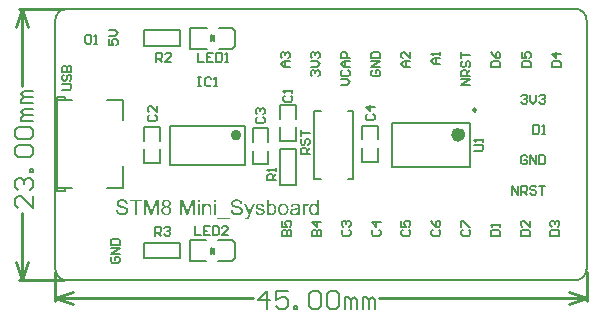
<source format=gto>
G04*
G04 #@! TF.GenerationSoftware,Altium Limited,Altium Designer,21.2.2 (38)*
G04*
G04 Layer_Color=65535*
%FSLAX24Y24*%
%MOIN*%
G70*
G04*
G04 #@! TF.SameCoordinates,73095A83-B390-47B6-BD11-AEDCE0CE4F92*
G04*
G04*
G04 #@! TF.FilePolarity,Positive*
G04*
G01*
G75*
%ADD10C,0.0098*%
%ADD11C,0.0236*%
%ADD12C,0.0197*%
%ADD13C,0.0060*%
%ADD14C,0.0079*%
%ADD15C,0.0050*%
%ADD16C,0.0060*%
%ADD17C,0.0100*%
G36*
X5370Y2621D02*
X5307D01*
Y2692D01*
X5370D01*
Y2621D01*
D02*
G37*
G36*
X4812Y2621D02*
X4749D01*
Y2692D01*
X4812D01*
Y2621D01*
D02*
G37*
G36*
X6063Y2700D02*
X6068D01*
X6082Y2699D01*
X6098Y2697D01*
X6114Y2693D01*
X6132Y2689D01*
X6148Y2683D01*
X6149D01*
X6150Y2682D01*
X6153Y2680D01*
X6155Y2679D01*
X6163Y2675D01*
X6173Y2669D01*
X6184Y2661D01*
X6195Y2652D01*
X6205Y2641D01*
X6215Y2628D01*
Y2627D01*
X6215Y2626D01*
X6217Y2624D01*
X6218Y2622D01*
X6222Y2615D01*
X6227Y2605D01*
X6232Y2593D01*
X6235Y2579D01*
X6239Y2564D01*
X6241Y2548D01*
X6175Y2543D01*
Y2544D01*
Y2545D01*
X6175Y2547D01*
X6174Y2551D01*
X6172Y2559D01*
X6169Y2570D01*
X6164Y2582D01*
X6158Y2594D01*
X6150Y2605D01*
X6139Y2615D01*
X6138Y2616D01*
X6134Y2619D01*
X6127Y2623D01*
X6117Y2628D01*
X6104Y2632D01*
X6090Y2637D01*
X6071Y2640D01*
X6050Y2641D01*
X6040D01*
X6036Y2640D01*
X6030Y2639D01*
X6016Y2638D01*
X6002Y2635D01*
X5987Y2631D01*
X5973Y2625D01*
X5967Y2621D01*
X5961Y2618D01*
X5959Y2617D01*
X5956Y2614D01*
X5952Y2609D01*
X5948Y2603D01*
X5942Y2595D01*
X5938Y2586D01*
X5935Y2575D01*
X5933Y2564D01*
Y2562D01*
Y2559D01*
X5934Y2554D01*
X5936Y2548D01*
X5938Y2541D01*
X5942Y2533D01*
X5946Y2526D01*
X5953Y2518D01*
X5953Y2518D01*
X5957Y2515D01*
X5960Y2513D01*
X5963Y2512D01*
X5968Y2510D01*
X5973Y2507D01*
X5979Y2504D01*
X5987Y2501D01*
X5995Y2498D01*
X6005Y2495D01*
X6015Y2492D01*
X6027Y2488D01*
X6040Y2485D01*
X6055Y2481D01*
X6056D01*
X6059Y2481D01*
X6063Y2480D01*
X6068Y2478D01*
X6075Y2477D01*
X6083Y2475D01*
X6091Y2473D01*
X6100Y2470D01*
X6119Y2465D01*
X6138Y2460D01*
X6147Y2457D01*
X6155Y2454D01*
X6162Y2452D01*
X6168Y2449D01*
X6169D01*
X6170Y2448D01*
X6173Y2447D01*
X6175Y2445D01*
X6184Y2441D01*
X6193Y2435D01*
X6204Y2427D01*
X6215Y2418D01*
X6226Y2407D01*
X6235Y2396D01*
X6235Y2395D01*
X6238Y2391D01*
X6241Y2384D01*
X6246Y2376D01*
X6249Y2365D01*
X6253Y2353D01*
X6255Y2339D01*
X6256Y2324D01*
Y2323D01*
Y2322D01*
Y2320D01*
Y2317D01*
X6255Y2309D01*
X6253Y2299D01*
X6250Y2287D01*
X6247Y2274D01*
X6241Y2261D01*
X6232Y2247D01*
Y2246D01*
X6232Y2245D01*
X6228Y2241D01*
X6223Y2234D01*
X6215Y2227D01*
X6206Y2218D01*
X6194Y2208D01*
X6181Y2199D01*
X6165Y2191D01*
X6164D01*
X6163Y2191D01*
X6161Y2190D01*
X6158Y2188D01*
X6153Y2187D01*
X6148Y2185D01*
X6136Y2182D01*
X6122Y2178D01*
X6105Y2174D01*
X6087Y2172D01*
X6067Y2171D01*
X6055D01*
X6049Y2172D01*
X6042D01*
X6035Y2173D01*
X6026Y2174D01*
X6008Y2177D01*
X5988Y2179D01*
X5969Y2185D01*
X5951Y2191D01*
X5950D01*
X5948Y2192D01*
X5946Y2194D01*
X5943Y2195D01*
X5934Y2199D01*
X5924Y2206D01*
X5912Y2215D01*
X5899Y2225D01*
X5888Y2238D01*
X5877Y2252D01*
Y2253D01*
X5875Y2254D01*
X5874Y2256D01*
X5872Y2259D01*
X5871Y2263D01*
X5868Y2268D01*
X5863Y2279D01*
X5858Y2293D01*
X5854Y2308D01*
X5851Y2326D01*
X5849Y2344D01*
X5913Y2350D01*
Y2350D01*
Y2349D01*
X5914Y2347D01*
Y2344D01*
X5915Y2337D01*
X5917Y2327D01*
X5920Y2318D01*
X5923Y2307D01*
X5928Y2296D01*
X5933Y2287D01*
X5934Y2286D01*
X5936Y2283D01*
X5940Y2278D01*
X5946Y2273D01*
X5953Y2266D01*
X5962Y2259D01*
X5973Y2253D01*
X5985Y2247D01*
X5985D01*
X5986Y2246D01*
X5988Y2245D01*
X5990Y2245D01*
X5998Y2242D01*
X6008Y2239D01*
X6019Y2236D01*
X6033Y2234D01*
X6047Y2233D01*
X6064Y2232D01*
X6070D01*
X6078Y2233D01*
X6087Y2234D01*
X6097Y2235D01*
X6109Y2236D01*
X6121Y2239D01*
X6132Y2243D01*
X6133Y2244D01*
X6137Y2245D01*
X6142Y2248D01*
X6149Y2251D01*
X6155Y2256D01*
X6163Y2262D01*
X6170Y2268D01*
X6176Y2275D01*
X6177Y2276D01*
X6178Y2279D01*
X6181Y2282D01*
X6184Y2288D01*
X6187Y2294D01*
X6189Y2302D01*
X6190Y2310D01*
X6191Y2319D01*
Y2319D01*
Y2323D01*
X6190Y2327D01*
X6190Y2333D01*
X6187Y2339D01*
X6185Y2347D01*
X6181Y2354D01*
X6176Y2361D01*
X6175Y2362D01*
X6173Y2364D01*
X6170Y2367D01*
X6165Y2371D01*
X6159Y2376D01*
X6151Y2381D01*
X6141Y2386D01*
X6130Y2390D01*
X6130Y2391D01*
X6126Y2392D01*
X6120Y2394D01*
X6116Y2395D01*
X6111Y2396D01*
X6106Y2399D01*
X6099Y2400D01*
X6092Y2402D01*
X6083Y2404D01*
X6074Y2407D01*
X6064Y2410D01*
X6052Y2413D01*
X6039Y2416D01*
X6039D01*
X6036Y2416D01*
X6033Y2417D01*
X6028Y2419D01*
X6022Y2420D01*
X6016Y2421D01*
X6001Y2426D01*
X5985Y2431D01*
X5968Y2436D01*
X5953Y2441D01*
X5946Y2444D01*
X5940Y2447D01*
X5939D01*
X5939Y2448D01*
X5934Y2451D01*
X5928Y2455D01*
X5920Y2461D01*
X5911Y2467D01*
X5902Y2475D01*
X5894Y2485D01*
X5886Y2495D01*
X5885Y2497D01*
X5883Y2501D01*
X5880Y2507D01*
X5877Y2514D01*
X5874Y2524D01*
X5871Y2535D01*
X5869Y2547D01*
X5868Y2559D01*
Y2560D01*
Y2561D01*
Y2563D01*
Y2566D01*
X5870Y2573D01*
X5871Y2583D01*
X5874Y2594D01*
X5877Y2606D01*
X5882Y2619D01*
X5890Y2632D01*
Y2632D01*
X5891Y2633D01*
X5894Y2638D01*
X5899Y2643D01*
X5906Y2651D01*
X5915Y2659D01*
X5926Y2668D01*
X5939Y2676D01*
X5954Y2683D01*
X5955D01*
X5956Y2684D01*
X5959Y2685D01*
X5962Y2686D01*
X5965Y2688D01*
X5971Y2689D01*
X5982Y2692D01*
X5996Y2695D01*
X6012Y2698D01*
X6029Y2700D01*
X6048Y2701D01*
X6058D01*
X6063Y2700D01*
D02*
G37*
G36*
X2244Y2700D02*
X2249D01*
X2263Y2699D01*
X2279Y2697D01*
X2295Y2693D01*
X2313Y2689D01*
X2329Y2683D01*
X2330D01*
X2331Y2682D01*
X2333Y2680D01*
X2336Y2679D01*
X2344Y2675D01*
X2353Y2669D01*
X2364Y2661D01*
X2376Y2652D01*
X2386Y2641D01*
X2396Y2628D01*
Y2627D01*
X2396Y2626D01*
X2398Y2624D01*
X2399Y2622D01*
X2403Y2615D01*
X2407Y2605D01*
X2413Y2593D01*
X2416Y2579D01*
X2420Y2564D01*
X2421Y2548D01*
X2356Y2543D01*
Y2544D01*
Y2545D01*
X2356Y2547D01*
X2355Y2551D01*
X2353Y2559D01*
X2350Y2570D01*
X2345Y2582D01*
X2339Y2594D01*
X2330Y2605D01*
X2320Y2615D01*
X2319Y2616D01*
X2315Y2619D01*
X2307Y2623D01*
X2298Y2628D01*
X2285Y2632D01*
X2271Y2637D01*
X2252Y2640D01*
X2231Y2641D01*
X2221D01*
X2216Y2640D01*
X2211Y2639D01*
X2197Y2638D01*
X2182Y2635D01*
X2168Y2631D01*
X2154Y2625D01*
X2148Y2621D01*
X2142Y2618D01*
X2140Y2617D01*
X2137Y2614D01*
X2133Y2609D01*
X2128Y2603D01*
X2123Y2595D01*
X2119Y2586D01*
X2116Y2575D01*
X2114Y2564D01*
Y2562D01*
Y2559D01*
X2115Y2554D01*
X2117Y2548D01*
X2119Y2541D01*
X2122Y2533D01*
X2127Y2526D01*
X2134Y2518D01*
X2134Y2518D01*
X2138Y2515D01*
X2141Y2513D01*
X2144Y2512D01*
X2148Y2510D01*
X2154Y2507D01*
X2160Y2504D01*
X2168Y2501D01*
X2176Y2498D01*
X2185Y2495D01*
X2196Y2492D01*
X2208Y2488D01*
X2221Y2485D01*
X2236Y2481D01*
X2236D01*
X2239Y2481D01*
X2244Y2480D01*
X2249Y2478D01*
X2256Y2477D01*
X2264Y2475D01*
X2272Y2473D01*
X2281Y2470D01*
X2300Y2465D01*
X2319Y2460D01*
X2327Y2457D01*
X2336Y2454D01*
X2343Y2452D01*
X2349Y2449D01*
X2350D01*
X2351Y2448D01*
X2353Y2447D01*
X2356Y2445D01*
X2364Y2441D01*
X2374Y2435D01*
X2385Y2427D01*
X2396Y2418D01*
X2407Y2407D01*
X2416Y2396D01*
X2416Y2395D01*
X2419Y2391D01*
X2422Y2384D01*
X2427Y2376D01*
X2430Y2365D01*
X2434Y2353D01*
X2436Y2339D01*
X2437Y2324D01*
Y2323D01*
Y2322D01*
Y2320D01*
Y2317D01*
X2436Y2309D01*
X2434Y2299D01*
X2431Y2287D01*
X2427Y2274D01*
X2421Y2261D01*
X2413Y2247D01*
Y2246D01*
X2413Y2245D01*
X2409Y2241D01*
X2404Y2234D01*
X2396Y2227D01*
X2387Y2218D01*
X2375Y2208D01*
X2362Y2199D01*
X2346Y2191D01*
X2345D01*
X2344Y2191D01*
X2342Y2190D01*
X2339Y2188D01*
X2334Y2187D01*
X2329Y2185D01*
X2317Y2182D01*
X2303Y2178D01*
X2286Y2174D01*
X2268Y2172D01*
X2248Y2171D01*
X2236D01*
X2230Y2172D01*
X2223D01*
X2216Y2173D01*
X2207Y2174D01*
X2188Y2177D01*
X2169Y2179D01*
X2150Y2185D01*
X2131Y2191D01*
X2131D01*
X2129Y2192D01*
X2127Y2194D01*
X2124Y2195D01*
X2115Y2199D01*
X2105Y2206D01*
X2093Y2215D01*
X2080Y2225D01*
X2068Y2238D01*
X2057Y2252D01*
Y2253D01*
X2056Y2254D01*
X2055Y2256D01*
X2053Y2259D01*
X2051Y2263D01*
X2049Y2268D01*
X2044Y2279D01*
X2039Y2293D01*
X2034Y2308D01*
X2031Y2326D01*
X2030Y2344D01*
X2094Y2350D01*
Y2350D01*
Y2349D01*
X2094Y2347D01*
Y2344D01*
X2096Y2337D01*
X2098Y2327D01*
X2101Y2318D01*
X2104Y2307D01*
X2109Y2296D01*
X2114Y2287D01*
X2115Y2286D01*
X2117Y2283D01*
X2121Y2278D01*
X2127Y2273D01*
X2134Y2266D01*
X2142Y2259D01*
X2154Y2253D01*
X2165Y2247D01*
X2166D01*
X2167Y2246D01*
X2169Y2245D01*
X2171Y2245D01*
X2179Y2242D01*
X2188Y2239D01*
X2200Y2236D01*
X2214Y2234D01*
X2228Y2233D01*
X2245Y2232D01*
X2251D01*
X2259Y2233D01*
X2268Y2234D01*
X2278Y2235D01*
X2290Y2236D01*
X2302Y2239D01*
X2313Y2243D01*
X2314Y2244D01*
X2318Y2245D01*
X2323Y2248D01*
X2330Y2251D01*
X2336Y2256D01*
X2344Y2262D01*
X2351Y2268D01*
X2357Y2275D01*
X2358Y2276D01*
X2359Y2279D01*
X2362Y2282D01*
X2364Y2288D01*
X2367Y2294D01*
X2370Y2302D01*
X2371Y2310D01*
X2372Y2319D01*
Y2319D01*
Y2323D01*
X2371Y2327D01*
X2370Y2333D01*
X2368Y2339D01*
X2366Y2347D01*
X2362Y2354D01*
X2357Y2361D01*
X2356Y2362D01*
X2354Y2364D01*
X2351Y2367D01*
X2346Y2371D01*
X2340Y2376D01*
X2332Y2381D01*
X2322Y2386D01*
X2311Y2390D01*
X2310Y2391D01*
X2307Y2392D01*
X2301Y2394D01*
X2297Y2395D01*
X2292Y2396D01*
X2287Y2399D01*
X2280Y2400D01*
X2273Y2402D01*
X2264Y2404D01*
X2255Y2407D01*
X2245Y2410D01*
X2233Y2413D01*
X2220Y2416D01*
X2219D01*
X2217Y2416D01*
X2214Y2417D01*
X2209Y2419D01*
X2203Y2420D01*
X2197Y2421D01*
X2182Y2426D01*
X2165Y2431D01*
X2148Y2436D01*
X2134Y2441D01*
X2127Y2444D01*
X2121Y2447D01*
X2120D01*
X2120Y2448D01*
X2115Y2451D01*
X2108Y2455D01*
X2101Y2461D01*
X2092Y2467D01*
X2083Y2475D01*
X2074Y2485D01*
X2067Y2495D01*
X2066Y2497D01*
X2064Y2501D01*
X2061Y2507D01*
X2058Y2514D01*
X2055Y2524D01*
X2052Y2535D01*
X2050Y2547D01*
X2049Y2559D01*
Y2560D01*
Y2561D01*
Y2563D01*
Y2566D01*
X2051Y2573D01*
X2052Y2583D01*
X2054Y2594D01*
X2058Y2606D01*
X2063Y2619D01*
X2071Y2632D01*
Y2632D01*
X2071Y2633D01*
X2075Y2638D01*
X2080Y2643D01*
X2087Y2651D01*
X2096Y2659D01*
X2107Y2668D01*
X2120Y2676D01*
X2135Y2683D01*
X2136D01*
X2137Y2684D01*
X2140Y2685D01*
X2142Y2686D01*
X2146Y2688D01*
X2151Y2689D01*
X2162Y2692D01*
X2177Y2695D01*
X2193Y2698D01*
X2210Y2700D01*
X2229Y2701D01*
X2239D01*
X2244Y2700D01*
D02*
G37*
G36*
X8788Y2180D02*
X8730D01*
Y2227D01*
X8729Y2226D01*
X8728Y2225D01*
X8726Y2222D01*
X8723Y2218D01*
X8720Y2214D01*
X8715Y2210D01*
X8710Y2205D01*
X8703Y2199D01*
X8697Y2194D01*
X8689Y2189D01*
X8680Y2185D01*
X8671Y2181D01*
X8661Y2177D01*
X8650Y2174D01*
X8638Y2173D01*
X8626Y2172D01*
X8621D01*
X8618Y2173D01*
X8609Y2174D01*
X8599Y2175D01*
X8586Y2178D01*
X8572Y2182D01*
X8558Y2188D01*
X8544Y2197D01*
X8543D01*
X8543Y2198D01*
X8538Y2201D01*
X8532Y2207D01*
X8523Y2214D01*
X8514Y2224D01*
X8504Y2236D01*
X8495Y2249D01*
X8486Y2265D01*
Y2265D01*
X8486Y2267D01*
X8485Y2269D01*
X8484Y2272D01*
X8482Y2276D01*
X8480Y2282D01*
X8478Y2287D01*
X8477Y2293D01*
X8473Y2308D01*
X8469Y2325D01*
X8467Y2344D01*
X8467Y2365D01*
Y2366D01*
Y2367D01*
Y2370D01*
Y2375D01*
X8467Y2379D01*
Y2385D01*
X8469Y2399D01*
X8471Y2414D01*
X8475Y2431D01*
X8479Y2449D01*
X8485Y2466D01*
Y2467D01*
X8486Y2468D01*
X8487Y2470D01*
X8489Y2473D01*
X8493Y2481D01*
X8499Y2492D01*
X8506Y2503D01*
X8516Y2514D01*
X8527Y2526D01*
X8541Y2535D01*
X8541D01*
X8542Y2536D01*
X8544Y2538D01*
X8547Y2539D01*
X8555Y2543D01*
X8565Y2548D01*
X8577Y2552D01*
X8591Y2556D01*
X8606Y2559D01*
X8623Y2560D01*
X8629D01*
X8634Y2559D01*
X8643Y2558D01*
X8652Y2556D01*
X8663Y2554D01*
X8673Y2550D01*
X8683Y2545D01*
X8684Y2544D01*
X8687Y2543D01*
X8691Y2539D01*
X8697Y2535D01*
X8705Y2530D01*
X8711Y2524D01*
X8719Y2517D01*
X8726Y2509D01*
Y2692D01*
X8788D01*
Y2180D01*
D02*
G37*
G36*
X5094Y2559D02*
X5102Y2558D01*
X5112Y2557D01*
X5122Y2555D01*
X5134Y2552D01*
X5144Y2547D01*
X5145Y2547D01*
X5148Y2545D01*
X5154Y2543D01*
X5159Y2539D01*
X5167Y2535D01*
X5174Y2529D01*
X5180Y2523D01*
X5186Y2515D01*
X5187Y2515D01*
X5188Y2512D01*
X5191Y2508D01*
X5194Y2503D01*
X5197Y2495D01*
X5200Y2488D01*
X5204Y2479D01*
X5206Y2470D01*
Y2469D01*
X5207Y2466D01*
X5208Y2461D01*
X5208Y2456D01*
Y2447D01*
X5209Y2436D01*
X5210Y2424D01*
Y2408D01*
Y2180D01*
X5147D01*
Y2405D01*
Y2406D01*
Y2407D01*
Y2412D01*
Y2419D01*
X5146Y2427D01*
X5145Y2436D01*
X5144Y2446D01*
X5142Y2455D01*
X5139Y2463D01*
Y2464D01*
X5138Y2466D01*
X5136Y2470D01*
X5134Y2474D01*
X5130Y2478D01*
X5125Y2484D01*
X5120Y2489D01*
X5113Y2493D01*
X5112Y2494D01*
X5110Y2495D01*
X5105Y2497D01*
X5100Y2499D01*
X5094Y2501D01*
X5087Y2504D01*
X5078Y2504D01*
X5069Y2505D01*
X5065D01*
X5063Y2504D01*
X5055Y2504D01*
X5045Y2502D01*
X5035Y2498D01*
X5023Y2494D01*
X5011Y2488D01*
X5000Y2479D01*
X4999Y2478D01*
X4996Y2474D01*
X4994Y2471D01*
X4991Y2467D01*
X4989Y2463D01*
X4986Y2458D01*
X4983Y2452D01*
X4980Y2444D01*
X4978Y2436D01*
X4976Y2427D01*
X4974Y2418D01*
X4973Y2407D01*
X4972Y2395D01*
Y2382D01*
Y2180D01*
X4909D01*
Y2552D01*
X4965D01*
Y2498D01*
X4966Y2499D01*
X4967Y2501D01*
X4969Y2504D01*
X4972Y2508D01*
X4977Y2512D01*
X4982Y2518D01*
X4988Y2524D01*
X4995Y2530D01*
X5003Y2535D01*
X5011Y2541D01*
X5021Y2546D01*
X5031Y2550D01*
X5043Y2554D01*
X5055Y2557D01*
X5068Y2559D01*
X5082Y2560D01*
X5088D01*
X5094Y2559D01*
D02*
G37*
G36*
X8400D02*
X8408Y2558D01*
X8418Y2555D01*
X8428Y2551D01*
X8440Y2546D01*
X8452Y2539D01*
X8430Y2481D01*
X8429Y2482D01*
X8426Y2484D01*
X8421Y2486D01*
X8415Y2488D01*
X8409Y2490D01*
X8401Y2492D01*
X8393Y2494D01*
X8384Y2495D01*
X8381D01*
X8377Y2494D01*
X8372Y2493D01*
X8367Y2492D01*
X8360Y2490D01*
X8353Y2487D01*
X8347Y2482D01*
X8347Y2481D01*
X8344Y2480D01*
X8342Y2477D01*
X8339Y2473D01*
X8335Y2468D01*
X8331Y2462D01*
X8327Y2456D01*
X8324Y2447D01*
X8324Y2446D01*
X8323Y2441D01*
X8321Y2435D01*
X8319Y2426D01*
X8317Y2415D01*
X8316Y2402D01*
X8315Y2389D01*
X8314Y2374D01*
Y2180D01*
X8251D01*
Y2552D01*
X8308D01*
Y2495D01*
X8309Y2496D01*
X8312Y2501D01*
X8316Y2508D01*
X8321Y2516D01*
X8327Y2524D01*
X8334Y2533D01*
X8341Y2541D01*
X8347Y2547D01*
X8348Y2547D01*
X8350Y2549D01*
X8355Y2551D01*
X8359Y2553D01*
X8365Y2555D01*
X8373Y2558D01*
X8380Y2559D01*
X8388Y2560D01*
X8393D01*
X8400Y2559D01*
D02*
G37*
G36*
X6836D02*
X6847Y2558D01*
X6859Y2557D01*
X6872Y2554D01*
X6885Y2551D01*
X6898Y2547D01*
X6898D01*
X6899Y2546D01*
X6903Y2544D01*
X6909Y2541D01*
X6916Y2538D01*
X6924Y2532D01*
X6933Y2527D01*
X6940Y2520D01*
X6947Y2512D01*
X6947Y2512D01*
X6949Y2509D01*
X6952Y2504D01*
X6955Y2498D01*
X6959Y2489D01*
X6963Y2479D01*
X6966Y2468D01*
X6969Y2456D01*
X6907Y2447D01*
Y2449D01*
X6907Y2452D01*
X6905Y2457D01*
X6903Y2464D01*
X6899Y2470D01*
X6895Y2478D01*
X6890Y2485D01*
X6882Y2492D01*
X6881Y2492D01*
X6878Y2494D01*
X6874Y2497D01*
X6867Y2500D01*
X6860Y2503D01*
X6850Y2506D01*
X6839Y2507D01*
X6826Y2508D01*
X6819D01*
X6811Y2507D01*
X6802Y2507D01*
X6792Y2504D01*
X6782Y2502D01*
X6772Y2498D01*
X6764Y2493D01*
X6763Y2492D01*
X6761Y2491D01*
X6758Y2488D01*
X6755Y2484D01*
X6751Y2479D01*
X6748Y2473D01*
X6746Y2467D01*
X6745Y2460D01*
Y2459D01*
Y2458D01*
X6746Y2456D01*
Y2453D01*
X6748Y2445D01*
X6753Y2438D01*
X6753Y2437D01*
X6754Y2436D01*
X6756Y2434D01*
X6759Y2432D01*
X6762Y2430D01*
X6766Y2427D01*
X6771Y2424D01*
X6777Y2421D01*
X6778D01*
X6779Y2421D01*
X6782Y2420D01*
X6787Y2418D01*
X6795Y2416D01*
X6804Y2413D01*
X6810Y2411D01*
X6817Y2410D01*
X6824Y2407D01*
X6833Y2405D01*
X6833D01*
X6836Y2404D01*
X6839Y2404D01*
X6844Y2402D01*
X6849Y2401D01*
X6856Y2399D01*
X6870Y2395D01*
X6885Y2390D01*
X6901Y2385D01*
X6915Y2380D01*
X6921Y2378D01*
X6926Y2376D01*
X6927Y2375D01*
X6930Y2373D01*
X6935Y2371D01*
X6941Y2367D01*
X6948Y2363D01*
X6955Y2357D01*
X6961Y2350D01*
X6967Y2343D01*
X6968Y2342D01*
X6970Y2339D01*
X6972Y2335D01*
X6975Y2328D01*
X6978Y2320D01*
X6981Y2311D01*
X6982Y2301D01*
X6983Y2289D01*
Y2288D01*
Y2284D01*
X6982Y2278D01*
X6981Y2270D01*
X6978Y2261D01*
X6975Y2251D01*
X6970Y2240D01*
X6964Y2230D01*
X6964Y2228D01*
X6961Y2225D01*
X6957Y2220D01*
X6951Y2214D01*
X6943Y2208D01*
X6934Y2200D01*
X6924Y2194D01*
X6911Y2187D01*
X6910D01*
X6910Y2186D01*
X6905Y2185D01*
X6898Y2182D01*
X6888Y2179D01*
X6876Y2177D01*
X6863Y2174D01*
X6849Y2173D01*
X6833Y2172D01*
X6826D01*
X6821Y2173D01*
X6815D01*
X6807Y2174D01*
X6800Y2174D01*
X6792Y2176D01*
X6774Y2179D01*
X6756Y2185D01*
X6738Y2192D01*
X6730Y2197D01*
X6722Y2202D01*
X6722Y2202D01*
X6721Y2203D01*
X6716Y2208D01*
X6710Y2214D01*
X6702Y2225D01*
X6694Y2237D01*
X6686Y2252D01*
X6679Y2271D01*
X6674Y2291D01*
X6736Y2301D01*
Y2300D01*
Y2299D01*
X6738Y2295D01*
X6739Y2288D01*
X6742Y2279D01*
X6746Y2271D01*
X6750Y2261D01*
X6757Y2251D01*
X6765Y2243D01*
X6767Y2242D01*
X6770Y2240D01*
X6776Y2237D01*
X6783Y2234D01*
X6793Y2230D01*
X6804Y2227D01*
X6817Y2225D01*
X6833Y2224D01*
X6840D01*
X6847Y2225D01*
X6857Y2226D01*
X6867Y2228D01*
X6878Y2231D01*
X6888Y2235D01*
X6897Y2241D01*
X6898Y2242D01*
X6901Y2244D01*
X6904Y2248D01*
X6908Y2253D01*
X6912Y2259D01*
X6915Y2266D01*
X6918Y2273D01*
X6918Y2282D01*
Y2283D01*
Y2286D01*
X6918Y2290D01*
X6916Y2295D01*
X6914Y2300D01*
X6910Y2305D01*
X6906Y2311D01*
X6899Y2316D01*
X6898Y2316D01*
X6896Y2317D01*
X6893Y2319D01*
X6887Y2322D01*
X6878Y2325D01*
X6873Y2327D01*
X6867Y2328D01*
X6860Y2330D01*
X6853Y2333D01*
X6844Y2335D01*
X6835Y2337D01*
X6834D01*
X6832Y2338D01*
X6828Y2339D01*
X6824Y2340D01*
X6818Y2342D01*
X6811Y2344D01*
X6797Y2347D01*
X6781Y2353D01*
X6765Y2357D01*
X6750Y2362D01*
X6744Y2365D01*
X6739Y2367D01*
X6737Y2368D01*
X6734Y2370D01*
X6730Y2373D01*
X6724Y2376D01*
X6717Y2382D01*
X6711Y2387D01*
X6704Y2394D01*
X6698Y2402D01*
X6697Y2403D01*
X6696Y2406D01*
X6693Y2411D01*
X6691Y2417D01*
X6689Y2424D01*
X6687Y2433D01*
X6685Y2442D01*
X6685Y2453D01*
Y2454D01*
Y2457D01*
X6685Y2461D01*
X6686Y2468D01*
X6688Y2475D01*
X6689Y2483D01*
X6692Y2490D01*
X6696Y2498D01*
X6696Y2499D01*
X6698Y2502D01*
X6700Y2506D01*
X6704Y2511D01*
X6708Y2516D01*
X6713Y2523D01*
X6719Y2529D01*
X6727Y2534D01*
X6728Y2535D01*
X6730Y2535D01*
X6733Y2538D01*
X6737Y2540D01*
X6743Y2543D01*
X6750Y2546D01*
X6758Y2549D01*
X6767Y2552D01*
X6768Y2552D01*
X6771Y2553D01*
X6776Y2555D01*
X6783Y2556D01*
X6791Y2558D01*
X6800Y2558D01*
X6810Y2560D01*
X6828D01*
X6836Y2559D01*
D02*
G37*
G36*
X4647Y2180D02*
X4582D01*
Y2609D01*
X4433Y2180D01*
X4372D01*
X4224Y2616D01*
Y2180D01*
X4159D01*
Y2692D01*
X4260D01*
X4382Y2329D01*
Y2328D01*
X4382Y2327D01*
X4383Y2325D01*
X4385Y2321D01*
X4388Y2312D01*
X4391Y2301D01*
X4395Y2288D01*
X4399Y2276D01*
X4403Y2264D01*
X4406Y2253D01*
X4407Y2255D01*
X4408Y2259D01*
X4410Y2265D01*
X4413Y2274D01*
X4417Y2286D01*
X4422Y2300D01*
X4427Y2316D01*
X4434Y2336D01*
X4556Y2692D01*
X4647D01*
Y2180D01*
D02*
G37*
G36*
X3454D02*
X3389D01*
Y2609D01*
X3239Y2180D01*
X3178D01*
X3030Y2616D01*
Y2180D01*
X2965D01*
Y2692D01*
X3067D01*
X3188Y2329D01*
Y2328D01*
X3189Y2327D01*
X3190Y2325D01*
X3191Y2321D01*
X3194Y2312D01*
X3198Y2301D01*
X3201Y2288D01*
X3206Y2276D01*
X3210Y2264D01*
X3213Y2253D01*
X3213Y2255D01*
X3214Y2259D01*
X3216Y2265D01*
X3219Y2274D01*
X3223Y2286D01*
X3228Y2300D01*
X3233Y2316D01*
X3240Y2336D01*
X3363Y2692D01*
X3454D01*
Y2180D01*
D02*
G37*
G36*
X6504Y2174D02*
Y2174D01*
X6503Y2171D01*
X6502Y2168D01*
X6500Y2165D01*
X6498Y2159D01*
X6496Y2154D01*
X6491Y2141D01*
X6486Y2127D01*
X6480Y2113D01*
X6474Y2100D01*
X6471Y2095D01*
X6469Y2090D01*
X6468Y2088D01*
X6466Y2085D01*
X6462Y2080D01*
X6457Y2073D01*
X6452Y2066D01*
X6445Y2058D01*
X6438Y2051D01*
X6430Y2045D01*
X6429Y2044D01*
X6426Y2043D01*
X6422Y2040D01*
X6415Y2037D01*
X6408Y2034D01*
X6399Y2032D01*
X6389Y2031D01*
X6378Y2030D01*
X6375D01*
X6372Y2031D01*
X6366D01*
X6360Y2032D01*
X6354Y2034D01*
X6346Y2035D01*
X6338Y2038D01*
X6332Y2097D01*
X6332D01*
X6335Y2096D01*
X6339Y2095D01*
X6343Y2094D01*
X6355Y2091D01*
X6367Y2091D01*
X6371D01*
X6375Y2091D01*
X6379D01*
X6390Y2094D01*
X6395Y2096D01*
X6400Y2098D01*
X6401D01*
X6403Y2100D01*
X6405Y2101D01*
X6408Y2103D01*
X6414Y2109D01*
X6420Y2117D01*
Y2118D01*
X6422Y2120D01*
X6423Y2122D01*
X6425Y2127D01*
X6428Y2133D01*
X6431Y2142D01*
X6435Y2152D01*
X6440Y2165D01*
Y2165D01*
X6441Y2168D01*
X6443Y2174D01*
X6446Y2180D01*
X6305Y2552D01*
X6372D01*
X6449Y2336D01*
Y2336D01*
X6450Y2335D01*
X6451Y2333D01*
X6452Y2329D01*
X6453Y2325D01*
X6454Y2321D01*
X6458Y2310D01*
X6463Y2298D01*
X6467Y2283D01*
X6471Y2268D01*
X6476Y2251D01*
Y2251D01*
X6477Y2253D01*
X6477Y2255D01*
X6478Y2258D01*
X6479Y2262D01*
X6480Y2266D01*
X6483Y2277D01*
X6487Y2290D01*
X6492Y2305D01*
X6497Y2319D01*
X6503Y2335D01*
X6582Y2552D01*
X6645D01*
X6504Y2174D01*
D02*
G37*
G36*
X8027Y2559D02*
X8038Y2558D01*
X8051Y2557D01*
X8063Y2555D01*
X8076Y2552D01*
X8088Y2548D01*
X8089Y2547D01*
X8093Y2546D01*
X8098Y2544D01*
X8105Y2541D01*
X8112Y2536D01*
X8119Y2532D01*
X8126Y2526D01*
X8132Y2520D01*
X8133Y2519D01*
X8134Y2517D01*
X8136Y2513D01*
X8139Y2509D01*
X8143Y2502D01*
X8146Y2495D01*
X8149Y2487D01*
X8151Y2478D01*
Y2477D01*
X8152Y2475D01*
X8153Y2470D01*
X8153Y2464D01*
Y2456D01*
X8154Y2447D01*
X8155Y2434D01*
Y2420D01*
Y2336D01*
Y2335D01*
Y2332D01*
Y2327D01*
Y2322D01*
Y2315D01*
Y2307D01*
X8156Y2289D01*
Y2271D01*
X8156Y2252D01*
X8157Y2244D01*
Y2236D01*
X8158Y2230D01*
X8159Y2225D01*
Y2224D01*
X8159Y2221D01*
X8160Y2216D01*
X8162Y2211D01*
X8164Y2204D01*
X8167Y2197D01*
X8171Y2188D01*
X8174Y2180D01*
X8108D01*
X8108Y2181D01*
X8107Y2184D01*
X8105Y2188D01*
X8103Y2194D01*
X8101Y2200D01*
X8099Y2208D01*
X8098Y2217D01*
X8097Y2227D01*
X8096D01*
X8095Y2225D01*
X8091Y2222D01*
X8084Y2216D01*
X8075Y2210D01*
X8064Y2203D01*
X8053Y2196D01*
X8041Y2189D01*
X8028Y2184D01*
X8027Y2183D01*
X8023Y2182D01*
X8016Y2180D01*
X8008Y2178D01*
X7997Y2176D01*
X7986Y2174D01*
X7972Y2173D01*
X7959Y2172D01*
X7953D01*
X7949Y2173D01*
X7943D01*
X7937Y2174D01*
X7924Y2176D01*
X7909Y2179D01*
X7893Y2185D01*
X7878Y2192D01*
X7865Y2202D01*
X7863Y2203D01*
X7860Y2207D01*
X7855Y2214D01*
X7849Y2222D01*
X7843Y2234D01*
X7838Y2246D01*
X7834Y2262D01*
X7833Y2269D01*
X7832Y2278D01*
Y2279D01*
Y2282D01*
X7833Y2288D01*
X7834Y2294D01*
X7835Y2302D01*
X7838Y2310D01*
X7840Y2319D01*
X7844Y2327D01*
X7845Y2328D01*
X7846Y2331D01*
X7849Y2336D01*
X7853Y2341D01*
X7857Y2347D01*
X7863Y2353D01*
X7869Y2359D01*
X7877Y2364D01*
X7877Y2364D01*
X7880Y2366D01*
X7884Y2369D01*
X7890Y2372D01*
X7897Y2375D01*
X7905Y2379D01*
X7913Y2382D01*
X7923Y2384D01*
X7923D01*
X7926Y2385D01*
X7931Y2387D01*
X7937Y2387D01*
X7944Y2389D01*
X7954Y2390D01*
X7965Y2393D01*
X7978Y2394D01*
X7979D01*
X7982Y2395D01*
X7986D01*
X7991Y2396D01*
X7997Y2396D01*
X8004Y2398D01*
X8012Y2399D01*
X8021Y2400D01*
X8039Y2404D01*
X8058Y2407D01*
X8075Y2412D01*
X8083Y2414D01*
X8091Y2416D01*
Y2417D01*
Y2419D01*
X8091Y2423D01*
Y2428D01*
Y2431D01*
Y2433D01*
Y2433D01*
Y2434D01*
Y2438D01*
X8091Y2446D01*
X8089Y2454D01*
X8087Y2463D01*
X8083Y2472D01*
X8079Y2480D01*
X8073Y2487D01*
X8072Y2487D01*
X8068Y2490D01*
X8062Y2493D01*
X8055Y2498D01*
X8045Y2501D01*
X8033Y2505D01*
X8018Y2507D01*
X8001Y2508D01*
X7994D01*
X7986Y2507D01*
X7976Y2506D01*
X7966Y2504D01*
X7954Y2501D01*
X7944Y2498D01*
X7935Y2492D01*
X7934Y2492D01*
X7932Y2490D01*
X7928Y2486D01*
X7923Y2480D01*
X7919Y2473D01*
X7914Y2463D01*
X7909Y2451D01*
X7905Y2438D01*
X7843Y2446D01*
Y2447D01*
X7844Y2447D01*
Y2450D01*
X7845Y2453D01*
X7847Y2459D01*
X7850Y2469D01*
X7854Y2478D01*
X7858Y2489D01*
X7864Y2499D01*
X7871Y2509D01*
X7872Y2510D01*
X7875Y2512D01*
X7879Y2517D01*
X7885Y2523D01*
X7893Y2529D01*
X7903Y2535D01*
X7914Y2541D01*
X7926Y2547D01*
X7927D01*
X7928Y2547D01*
X7930Y2548D01*
X7933Y2549D01*
X7940Y2551D01*
X7951Y2553D01*
X7963Y2555D01*
X7977Y2558D01*
X7993Y2559D01*
X8011Y2560D01*
X8019D01*
X8027Y2559D01*
D02*
G37*
G36*
X5370Y2180D02*
X5307D01*
Y2552D01*
X5370D01*
Y2180D01*
D02*
G37*
G36*
X4812Y2180D02*
X4749D01*
Y2552D01*
X4812D01*
Y2180D01*
D02*
G37*
G36*
X2897Y2632D02*
X2729D01*
Y2180D01*
X2660D01*
Y2632D01*
X2492D01*
Y2692D01*
X2897D01*
Y2632D01*
D02*
G37*
G36*
X7618Y2559D02*
X7625Y2558D01*
X7633Y2557D01*
X7641Y2555D01*
X7650Y2554D01*
X7670Y2547D01*
X7681Y2544D01*
X7691Y2538D01*
X7701Y2533D01*
X7712Y2526D01*
X7721Y2518D01*
X7731Y2510D01*
X7732Y2509D01*
X7733Y2507D01*
X7735Y2504D01*
X7738Y2501D01*
X7742Y2495D01*
X7746Y2489D01*
X7751Y2481D01*
X7755Y2473D01*
X7760Y2464D01*
X7764Y2453D01*
X7769Y2442D01*
X7772Y2430D01*
X7775Y2416D01*
X7778Y2402D01*
X7779Y2387D01*
X7780Y2371D01*
Y2370D01*
Y2368D01*
Y2364D01*
Y2359D01*
X7779Y2353D01*
X7778Y2346D01*
Y2339D01*
X7777Y2330D01*
X7775Y2312D01*
X7770Y2293D01*
X7765Y2275D01*
X7758Y2258D01*
Y2257D01*
X7757Y2256D01*
X7755Y2254D01*
X7754Y2251D01*
X7749Y2244D01*
X7742Y2235D01*
X7733Y2225D01*
X7722Y2214D01*
X7710Y2204D01*
X7695Y2194D01*
X7694D01*
X7693Y2194D01*
X7691Y2192D01*
X7687Y2191D01*
X7684Y2189D01*
X7679Y2188D01*
X7668Y2183D01*
X7655Y2179D01*
X7640Y2176D01*
X7624Y2173D01*
X7606Y2172D01*
X7599D01*
X7593Y2173D01*
X7586Y2174D01*
X7579Y2175D01*
X7570Y2177D01*
X7561Y2178D01*
X7541Y2184D01*
X7530Y2188D01*
X7519Y2193D01*
X7509Y2199D01*
X7499Y2205D01*
X7489Y2213D01*
X7479Y2222D01*
X7479Y2222D01*
X7477Y2224D01*
X7475Y2227D01*
X7472Y2231D01*
X7468Y2236D01*
X7465Y2242D01*
X7460Y2250D01*
X7456Y2259D01*
X7451Y2268D01*
X7447Y2279D01*
X7443Y2291D01*
X7439Y2304D01*
X7436Y2318D01*
X7434Y2333D01*
X7433Y2349D01*
X7432Y2366D01*
Y2367D01*
Y2370D01*
X7433Y2376D01*
Y2383D01*
X7433Y2391D01*
X7435Y2401D01*
X7436Y2412D01*
X7439Y2424D01*
X7442Y2436D01*
X7446Y2448D01*
X7451Y2461D01*
X7456Y2474D01*
X7462Y2486D01*
X7470Y2498D01*
X7479Y2509D01*
X7489Y2518D01*
X7490Y2519D01*
X7491Y2520D01*
X7494Y2522D01*
X7498Y2525D01*
X7502Y2528D01*
X7508Y2532D01*
X7514Y2535D01*
X7522Y2539D01*
X7530Y2543D01*
X7539Y2547D01*
X7559Y2553D01*
X7581Y2558D01*
X7593Y2559D01*
X7606Y2560D01*
X7613D01*
X7618Y2559D01*
D02*
G37*
G36*
X7119Y2510D02*
X7120Y2510D01*
X7120Y2512D01*
X7123Y2514D01*
X7126Y2518D01*
X7130Y2521D01*
X7135Y2526D01*
X7140Y2530D01*
X7146Y2535D01*
X7161Y2544D01*
X7178Y2552D01*
X7188Y2555D01*
X7198Y2558D01*
X7209Y2559D01*
X7220Y2560D01*
X7226D01*
X7233Y2559D01*
X7241Y2558D01*
X7251Y2556D01*
X7262Y2554D01*
X7274Y2550D01*
X7285Y2546D01*
X7286Y2545D01*
X7290Y2544D01*
X7296Y2540D01*
X7303Y2535D01*
X7311Y2530D01*
X7319Y2524D01*
X7328Y2515D01*
X7335Y2507D01*
X7336Y2506D01*
X7338Y2502D01*
X7342Y2497D01*
X7346Y2490D01*
X7351Y2481D01*
X7357Y2471D01*
X7362Y2459D01*
X7366Y2447D01*
Y2446D01*
X7367Y2445D01*
X7368Y2443D01*
X7368Y2441D01*
X7370Y2433D01*
X7372Y2424D01*
X7374Y2413D01*
X7376Y2400D01*
X7377Y2386D01*
X7378Y2371D01*
Y2370D01*
Y2367D01*
Y2362D01*
X7377Y2356D01*
X7376Y2347D01*
X7376Y2339D01*
X7374Y2328D01*
X7372Y2317D01*
X7366Y2293D01*
X7362Y2281D01*
X7358Y2269D01*
X7353Y2256D01*
X7346Y2245D01*
X7339Y2234D01*
X7331Y2224D01*
X7330Y2223D01*
X7328Y2222D01*
X7326Y2219D01*
X7322Y2216D01*
X7317Y2212D01*
X7312Y2208D01*
X7306Y2203D01*
X7299Y2198D01*
X7291Y2194D01*
X7283Y2188D01*
X7263Y2180D01*
X7252Y2177D01*
X7241Y2174D01*
X7229Y2173D01*
X7217Y2172D01*
X7214D01*
X7211Y2173D01*
X7206D01*
X7201Y2174D01*
X7194Y2175D01*
X7180Y2179D01*
X7172Y2182D01*
X7163Y2185D01*
X7154Y2190D01*
X7146Y2195D01*
X7137Y2202D01*
X7129Y2209D01*
X7122Y2217D01*
X7115Y2227D01*
Y2180D01*
X7056D01*
Y2692D01*
X7119D01*
Y2510D01*
D02*
G37*
G36*
X3716Y2694D02*
X3722Y2693D01*
X3728Y2692D01*
X3736Y2692D01*
X3743Y2689D01*
X3761Y2685D01*
X3779Y2678D01*
X3787Y2674D01*
X3796Y2669D01*
X3805Y2662D01*
X3813Y2655D01*
X3813Y2655D01*
X3814Y2654D01*
X3816Y2652D01*
X3819Y2649D01*
X3822Y2644D01*
X3826Y2640D01*
X3833Y2629D01*
X3841Y2615D01*
X3847Y2598D01*
X3853Y2580D01*
X3853Y2570D01*
X3854Y2560D01*
Y2559D01*
Y2558D01*
Y2554D01*
X3853Y2547D01*
X3852Y2539D01*
X3850Y2529D01*
X3846Y2518D01*
X3842Y2508D01*
X3835Y2498D01*
X3834Y2496D01*
X3831Y2493D01*
X3827Y2489D01*
X3821Y2483D01*
X3813Y2476D01*
X3803Y2470D01*
X3792Y2463D01*
X3779Y2457D01*
X3779D01*
X3781Y2456D01*
X3783Y2456D01*
X3786Y2454D01*
X3795Y2450D01*
X3805Y2445D01*
X3816Y2438D01*
X3828Y2430D01*
X3839Y2419D01*
X3850Y2407D01*
Y2407D01*
X3850Y2406D01*
X3853Y2401D01*
X3858Y2394D01*
X3862Y2384D01*
X3867Y2373D01*
X3871Y2359D01*
X3874Y2343D01*
X3875Y2326D01*
Y2325D01*
Y2323D01*
Y2319D01*
X3874Y2315D01*
X3873Y2310D01*
X3873Y2303D01*
X3871Y2296D01*
X3869Y2288D01*
X3864Y2271D01*
X3860Y2261D01*
X3855Y2252D01*
X3850Y2242D01*
X3844Y2234D01*
X3836Y2225D01*
X3828Y2216D01*
X3827Y2215D01*
X3826Y2214D01*
X3824Y2211D01*
X3820Y2209D01*
X3815Y2205D01*
X3810Y2202D01*
X3803Y2198D01*
X3796Y2194D01*
X3787Y2189D01*
X3778Y2185D01*
X3768Y2182D01*
X3757Y2178D01*
X3745Y2176D01*
X3733Y2174D01*
X3720Y2172D01*
X3706Y2171D01*
X3699D01*
X3694Y2172D01*
X3687Y2173D01*
X3679Y2174D01*
X3671Y2175D01*
X3662Y2177D01*
X3642Y2182D01*
X3632Y2186D01*
X3622Y2190D01*
X3612Y2195D01*
X3602Y2201D01*
X3592Y2208D01*
X3583Y2216D01*
X3583Y2216D01*
X3581Y2218D01*
X3579Y2220D01*
X3576Y2224D01*
X3573Y2228D01*
X3568Y2234D01*
X3565Y2239D01*
X3560Y2247D01*
X3556Y2254D01*
X3552Y2263D01*
X3545Y2282D01*
X3542Y2293D01*
X3540Y2304D01*
X3538Y2316D01*
X3537Y2327D01*
Y2328D01*
Y2330D01*
Y2333D01*
X3538Y2336D01*
Y2340D01*
X3539Y2345D01*
X3540Y2357D01*
X3543Y2370D01*
X3548Y2384D01*
X3554Y2398D01*
X3563Y2411D01*
Y2412D01*
X3564Y2413D01*
X3567Y2416D01*
X3573Y2422D01*
X3581Y2430D01*
X3591Y2437D01*
X3604Y2445D01*
X3618Y2452D01*
X3635Y2457D01*
X3634D01*
X3634Y2458D01*
X3631Y2458D01*
X3628Y2460D01*
X3622Y2463D01*
X3613Y2467D01*
X3603Y2473D01*
X3594Y2481D01*
X3585Y2489D01*
X3577Y2498D01*
X3576Y2499D01*
X3574Y2502D01*
X3571Y2508D01*
X3568Y2515D01*
X3564Y2525D01*
X3561Y2536D01*
X3559Y2549D01*
X3558Y2562D01*
Y2563D01*
Y2564D01*
Y2567D01*
X3559Y2572D01*
X3560Y2576D01*
X3560Y2582D01*
X3563Y2595D01*
X3568Y2609D01*
X3575Y2625D01*
X3580Y2633D01*
X3585Y2641D01*
X3591Y2649D01*
X3598Y2656D01*
X3599Y2657D01*
X3600Y2658D01*
X3602Y2660D01*
X3605Y2662D01*
X3609Y2665D01*
X3614Y2668D01*
X3620Y2672D01*
X3626Y2675D01*
X3634Y2679D01*
X3642Y2683D01*
X3651Y2686D01*
X3660Y2689D01*
X3681Y2693D01*
X3693Y2694D01*
X3705Y2695D01*
X3711D01*
X3716Y2694D01*
D02*
G37*
G36*
X5824Y2038D02*
X5407D01*
Y2083D01*
X5824D01*
Y2038D01*
D02*
G37*
%LPC*%
G36*
X8629Y2508D02*
X8626D01*
X8623Y2507D01*
X8615Y2507D01*
X8605Y2504D01*
X8594Y2500D01*
X8582Y2493D01*
X8570Y2485D01*
X8564Y2479D01*
X8559Y2473D01*
Y2473D01*
X8558Y2472D01*
X8557Y2470D01*
X8555Y2467D01*
X8552Y2463D01*
X8550Y2458D01*
X8548Y2453D01*
X8545Y2447D01*
X8542Y2440D01*
X8540Y2432D01*
X8538Y2423D01*
X8535Y2413D01*
X8534Y2403D01*
X8532Y2391D01*
X8531Y2379D01*
Y2365D01*
Y2364D01*
Y2362D01*
Y2359D01*
X8532Y2353D01*
Y2347D01*
X8532Y2341D01*
X8535Y2325D01*
X8538Y2308D01*
X8543Y2290D01*
X8551Y2273D01*
X8555Y2266D01*
X8561Y2259D01*
X8561D01*
X8562Y2257D01*
X8566Y2253D01*
X8572Y2248D01*
X8580Y2242D01*
X8591Y2235D01*
X8603Y2229D01*
X8617Y2225D01*
X8624Y2225D01*
X8632Y2224D01*
X8635D01*
X8638Y2225D01*
X8646Y2225D01*
X8656Y2228D01*
X8667Y2232D01*
X8679Y2238D01*
X8691Y2246D01*
X8697Y2251D01*
X8702Y2257D01*
Y2258D01*
X8703Y2259D01*
X8705Y2261D01*
X8706Y2264D01*
X8709Y2268D01*
X8711Y2271D01*
X8714Y2277D01*
X8717Y2283D01*
X8720Y2290D01*
X8722Y2297D01*
X8725Y2306D01*
X8727Y2315D01*
X8728Y2325D01*
X8730Y2336D01*
X8731Y2347D01*
Y2360D01*
Y2361D01*
Y2364D01*
Y2367D01*
X8731Y2373D01*
Y2379D01*
X8730Y2386D01*
X8729Y2394D01*
X8728Y2403D01*
X8724Y2421D01*
X8719Y2439D01*
X8711Y2457D01*
X8707Y2464D01*
X8702Y2472D01*
Y2473D01*
X8700Y2473D01*
X8697Y2478D01*
X8690Y2484D01*
X8682Y2490D01*
X8672Y2497D01*
X8659Y2502D01*
X8645Y2507D01*
X8637Y2507D01*
X8629Y2508D01*
D02*
G37*
G36*
X8091Y2367D02*
X8091D01*
X8090Y2366D01*
X8088Y2365D01*
X8085Y2364D01*
X8081Y2363D01*
X8077Y2362D01*
X8071Y2360D01*
X8065Y2359D01*
X8059Y2356D01*
X8051Y2355D01*
X8043Y2353D01*
X8033Y2350D01*
X8023Y2348D01*
X8012Y2346D01*
X8000Y2344D01*
X7988Y2342D01*
X7986D01*
X7982Y2342D01*
X7974Y2340D01*
X7966Y2339D01*
X7957Y2337D01*
X7949Y2335D01*
X7940Y2333D01*
X7933Y2330D01*
X7932D01*
X7930Y2328D01*
X7927Y2327D01*
X7924Y2325D01*
X7915Y2319D01*
X7908Y2310D01*
Y2309D01*
X7906Y2307D01*
X7906Y2305D01*
X7904Y2301D01*
X7903Y2296D01*
X7901Y2292D01*
X7900Y2286D01*
X7900Y2280D01*
Y2279D01*
Y2276D01*
X7900Y2271D01*
X7902Y2265D01*
X7904Y2259D01*
X7908Y2252D01*
X7912Y2245D01*
X7918Y2238D01*
X7919Y2237D01*
X7922Y2236D01*
X7926Y2233D01*
X7932Y2230D01*
X7940Y2227D01*
X7950Y2224D01*
X7961Y2222D01*
X7974Y2222D01*
X7980D01*
X7988Y2222D01*
X7996Y2224D01*
X8006Y2225D01*
X8017Y2228D01*
X8028Y2232D01*
X8039Y2237D01*
X8040Y2238D01*
X8043Y2240D01*
X8048Y2244D01*
X8054Y2249D01*
X8061Y2255D01*
X8068Y2262D01*
X8074Y2271D01*
X8080Y2281D01*
X8081Y2282D01*
X8082Y2285D01*
X8083Y2290D01*
X8085Y2296D01*
X8088Y2305D01*
X8089Y2316D01*
X8090Y2328D01*
X8091Y2343D01*
X8091Y2367D01*
D02*
G37*
G36*
X7606Y2508D02*
X7601D01*
X7598Y2507D01*
X7590Y2507D01*
X7579Y2504D01*
X7566Y2499D01*
X7553Y2493D01*
X7540Y2484D01*
X7533Y2478D01*
X7527Y2473D01*
Y2472D01*
X7526Y2471D01*
X7524Y2469D01*
X7522Y2466D01*
X7520Y2462D01*
X7518Y2458D01*
X7515Y2452D01*
X7512Y2446D01*
X7509Y2438D01*
X7506Y2431D01*
X7504Y2422D01*
X7502Y2413D01*
X7499Y2402D01*
X7498Y2391D01*
X7497Y2379D01*
X7496Y2366D01*
Y2365D01*
Y2363D01*
Y2359D01*
X7497Y2354D01*
Y2348D01*
X7498Y2342D01*
X7500Y2326D01*
X7504Y2308D01*
X7510Y2290D01*
X7517Y2273D01*
X7522Y2266D01*
X7527Y2259D01*
X7528D01*
X7529Y2257D01*
X7533Y2253D01*
X7540Y2248D01*
X7549Y2242D01*
X7560Y2235D01*
X7573Y2229D01*
X7589Y2225D01*
X7597Y2225D01*
X7606Y2224D01*
X7610D01*
X7614Y2225D01*
X7622Y2226D01*
X7633Y2228D01*
X7645Y2233D01*
X7658Y2239D01*
X7671Y2248D01*
X7678Y2253D01*
X7684Y2259D01*
X7684Y2260D01*
X7685Y2261D01*
X7687Y2263D01*
X7689Y2266D01*
X7691Y2270D01*
X7694Y2274D01*
X7697Y2280D01*
X7700Y2286D01*
X7703Y2293D01*
X7705Y2302D01*
X7708Y2310D01*
X7710Y2320D01*
X7712Y2331D01*
X7714Y2342D01*
X7715Y2355D01*
Y2368D01*
Y2369D01*
Y2371D01*
Y2375D01*
X7715Y2379D01*
Y2385D01*
X7714Y2392D01*
X7712Y2407D01*
X7708Y2424D01*
X7702Y2441D01*
X7694Y2458D01*
X7690Y2466D01*
X7684Y2473D01*
Y2473D01*
X7682Y2474D01*
X7678Y2478D01*
X7671Y2484D01*
X7662Y2490D01*
X7651Y2497D01*
X7638Y2503D01*
X7623Y2507D01*
X7615Y2507D01*
X7606Y2508D01*
D02*
G37*
G36*
X7222D02*
X7211D01*
X7208Y2507D01*
X7200Y2506D01*
X7190Y2504D01*
X7179Y2499D01*
X7167Y2492D01*
X7161Y2489D01*
X7155Y2484D01*
X7149Y2478D01*
X7143Y2472D01*
Y2471D01*
X7142Y2470D01*
X7140Y2468D01*
X7139Y2465D01*
X7137Y2461D01*
X7134Y2457D01*
X7132Y2452D01*
X7129Y2446D01*
X7126Y2438D01*
X7123Y2431D01*
X7120Y2422D01*
X7118Y2413D01*
X7117Y2403D01*
X7115Y2392D01*
X7114Y2381D01*
Y2368D01*
Y2367D01*
Y2365D01*
Y2362D01*
Y2357D01*
X7115Y2352D01*
Y2345D01*
X7116Y2331D01*
X7118Y2316D01*
X7121Y2299D01*
X7126Y2285D01*
X7129Y2278D01*
X7132Y2272D01*
Y2271D01*
X7133Y2270D01*
X7135Y2268D01*
X7137Y2265D01*
X7143Y2256D01*
X7153Y2248D01*
X7164Y2239D01*
X7178Y2231D01*
X7186Y2228D01*
X7194Y2226D01*
X7203Y2225D01*
X7212Y2224D01*
X7216D01*
X7219Y2225D01*
X7227Y2226D01*
X7237Y2228D01*
X7248Y2233D01*
X7260Y2239D01*
X7271Y2248D01*
X7277Y2253D01*
X7283Y2259D01*
Y2260D01*
X7285Y2261D01*
X7286Y2263D01*
X7288Y2266D01*
X7291Y2270D01*
X7293Y2274D01*
X7296Y2280D01*
X7299Y2286D01*
X7301Y2293D01*
X7304Y2301D01*
X7307Y2310D01*
X7309Y2319D01*
X7311Y2330D01*
X7312Y2341D01*
X7314Y2353D01*
Y2366D01*
Y2367D01*
Y2369D01*
Y2373D01*
X7313Y2378D01*
Y2384D01*
X7312Y2391D01*
X7310Y2407D01*
X7307Y2424D01*
X7302Y2442D01*
X7294Y2458D01*
X7290Y2467D01*
X7285Y2473D01*
Y2474D01*
X7283Y2475D01*
X7280Y2478D01*
X7274Y2484D01*
X7265Y2491D01*
X7255Y2497D01*
X7243Y2503D01*
X7229Y2507D01*
X7222Y2508D01*
D02*
G37*
G36*
X3706Y2643D02*
X3700D01*
X3694Y2641D01*
X3685Y2640D01*
X3675Y2637D01*
X3665Y2633D01*
X3655Y2627D01*
X3645Y2619D01*
X3645Y2618D01*
X3642Y2615D01*
X3638Y2610D01*
X3634Y2603D01*
X3630Y2595D01*
X3626Y2586D01*
X3623Y2575D01*
X3622Y2564D01*
Y2563D01*
Y2562D01*
X3623Y2558D01*
X3624Y2551D01*
X3625Y2543D01*
X3628Y2533D01*
X3632Y2524D01*
X3638Y2513D01*
X3645Y2504D01*
X3646Y2504D01*
X3650Y2501D01*
X3655Y2497D01*
X3662Y2493D01*
X3671Y2489D01*
X3681Y2485D01*
X3693Y2482D01*
X3706Y2481D01*
X3708D01*
X3712Y2482D01*
X3719Y2483D01*
X3728Y2484D01*
X3737Y2487D01*
X3747Y2491D01*
X3757Y2497D01*
X3766Y2504D01*
X3767Y2505D01*
X3770Y2509D01*
X3773Y2513D01*
X3778Y2520D01*
X3782Y2528D01*
X3786Y2538D01*
X3789Y2549D01*
X3790Y2561D01*
Y2561D01*
Y2562D01*
Y2567D01*
X3788Y2573D01*
X3787Y2581D01*
X3784Y2590D01*
X3779Y2600D01*
X3773Y2609D01*
X3765Y2619D01*
X3765Y2620D01*
X3761Y2623D01*
X3756Y2626D01*
X3749Y2631D01*
X3740Y2635D01*
X3731Y2639D01*
X3719Y2642D01*
X3706Y2643D01*
D02*
G37*
G36*
X3704Y2430D02*
X3699D01*
X3696Y2430D01*
X3688Y2429D01*
X3678Y2427D01*
X3666Y2423D01*
X3654Y2418D01*
X3642Y2410D01*
X3631Y2401D01*
X3629Y2399D01*
X3626Y2396D01*
X3622Y2389D01*
X3617Y2381D01*
X3611Y2370D01*
X3606Y2357D01*
X3603Y2343D01*
X3602Y2327D01*
Y2326D01*
Y2323D01*
X3602Y2318D01*
X3603Y2311D01*
X3605Y2303D01*
X3607Y2294D01*
X3610Y2285D01*
X3614Y2276D01*
X3614Y2275D01*
X3616Y2271D01*
X3619Y2267D01*
X3623Y2262D01*
X3628Y2255D01*
X3635Y2248D01*
X3642Y2242D01*
X3651Y2236D01*
X3653Y2236D01*
X3656Y2234D01*
X3661Y2232D01*
X3668Y2230D01*
X3676Y2228D01*
X3685Y2225D01*
X3696Y2224D01*
X3706Y2223D01*
X3711D01*
X3713Y2224D01*
X3722Y2225D01*
X3733Y2227D01*
X3745Y2231D01*
X3757Y2235D01*
X3769Y2242D01*
X3781Y2252D01*
X3782Y2253D01*
X3785Y2257D01*
X3790Y2264D01*
X3796Y2272D01*
X3801Y2282D01*
X3806Y2295D01*
X3809Y2310D01*
X3810Y2325D01*
Y2326D01*
Y2327D01*
Y2330D01*
X3810Y2333D01*
X3809Y2341D01*
X3807Y2352D01*
X3803Y2363D01*
X3798Y2376D01*
X3790Y2388D01*
X3780Y2400D01*
X3779Y2401D01*
X3775Y2404D01*
X3768Y2410D01*
X3759Y2416D01*
X3748Y2421D01*
X3735Y2426D01*
X3720Y2429D01*
X3704Y2430D01*
D02*
G37*
%LPD*%
D10*
X14036Y5681D02*
G03*
X14036Y5681I-49J0D01*
G01*
D11*
X13554Y4855D02*
G03*
X13554Y4855I-118J0D01*
G01*
D12*
X6109Y4840D02*
G03*
X6109Y4840I-79J0D01*
G01*
D13*
X3700Y731D02*
X4161D01*
X3700Y1249D02*
X4161D01*
X2959D02*
X3700D01*
X2959Y731D02*
X3700D01*
X2959D02*
Y1249D01*
X4161Y731D02*
Y1249D01*
X4480Y1340D02*
X5030D01*
X4480Y640D02*
X5030D01*
X4480D02*
Y1340D01*
X5180Y1090D02*
X5280Y990D01*
X5180Y890D02*
X5280Y990D01*
X5180Y890D02*
Y1090D01*
X5280Y890D02*
Y1090D01*
X5880Y1340D02*
X5980Y1240D01*
X5430Y1340D02*
X5880D01*
X5430Y640D02*
X5880D01*
X5980Y740D01*
Y1240D01*
X3710Y7811D02*
X4171D01*
X3710Y8329D02*
X4171D01*
X2969D02*
X3710D01*
X2969Y7811D02*
X3710D01*
X2969D02*
Y8329D01*
X4171Y7811D02*
Y8329D01*
X4500Y8420D02*
X5050D01*
X4500Y7720D02*
X5050D01*
X4500D02*
Y8420D01*
X5200Y8170D02*
X5300Y8070D01*
X5200Y7970D02*
X5300Y8070D01*
X5200Y7970D02*
Y8170D01*
X5300Y7970D02*
Y8170D01*
X5900Y8420D02*
X6000Y8320D01*
X5450Y8420D02*
X5900D01*
X5450Y7720D02*
X5900D01*
X6000Y7820D01*
Y8320D01*
X10241Y3959D02*
X10759D01*
X10241Y5161D02*
X10759D01*
X10241Y4710D02*
Y5161D01*
X10759Y4710D02*
Y5161D01*
Y3959D02*
Y4420D01*
X10241Y3959D02*
Y4420D01*
X8640Y3380D02*
Y5630D01*
X9940Y3380D02*
Y5630D01*
X8640Y3380D02*
X8870D01*
X8640Y5630D02*
X8870D01*
X9750Y3380D02*
X9940D01*
X9750Y5630D02*
X9940D01*
X8019Y3925D02*
Y4386D01*
X7501Y3925D02*
Y4386D01*
Y3184D02*
Y3925D01*
X8019Y3184D02*
Y3925D01*
X7501Y3184D02*
X8019D01*
X7501Y4386D02*
X8019D01*
X8029Y5385D02*
Y5846D01*
X7511Y5385D02*
Y5846D01*
Y4644D02*
Y5095D01*
X8029Y4644D02*
Y5095D01*
X7511Y4644D02*
X8029D01*
X7511Y5846D02*
X8029D01*
X7109Y4610D02*
Y5071D01*
X6591Y4610D02*
Y5071D01*
Y3869D02*
Y4320D01*
X7109Y3869D02*
Y4320D01*
X6591Y3869D02*
X7109D01*
X6591Y5071D02*
X7109D01*
X3830Y3840D02*
X6330D01*
X3830D02*
Y5140D01*
X6330D01*
Y3840D02*
Y5140D01*
X2961Y3909D02*
X3479D01*
X2961Y5111D02*
X3479D01*
X2961Y4660D02*
Y5111D01*
X3479Y4660D02*
Y5111D01*
Y3909D02*
Y4370D01*
X2961Y3909D02*
Y4370D01*
X2263Y3088D02*
Y3644D01*
X78Y3088D02*
Y6001D01*
Y6114D01*
X318D01*
Y6004D02*
Y6114D01*
X78Y2974D02*
Y3088D01*
Y2974D02*
X318D01*
Y3084D01*
X2263Y5348D02*
Y6001D01*
X2262Y3644D02*
Y3798D01*
X78Y6001D02*
X563D01*
X78Y3088D02*
X563D01*
X1713D02*
X2263D01*
X1713Y6001D02*
X2263D01*
X0Y394D02*
Y8661D01*
X394Y0D02*
X17323D01*
X394Y9055D02*
X17323D01*
X17717Y394D02*
Y8661D01*
X7049Y-940D02*
Y-340D01*
X6749Y-640D01*
X7149D01*
X7749Y-340D02*
X7349D01*
Y-640D01*
X7549Y-540D01*
X7649D01*
X7749Y-640D01*
Y-840D01*
X7649Y-940D01*
X7449D01*
X7349Y-840D01*
X7949Y-940D02*
Y-840D01*
X8048D01*
Y-940D01*
X7949D01*
X8448Y-440D02*
X8548Y-340D01*
X8748D01*
X8848Y-440D01*
Y-840D01*
X8748Y-940D01*
X8548D01*
X8448Y-840D01*
Y-440D01*
X9048D02*
X9148Y-340D01*
X9348D01*
X9448Y-440D01*
Y-840D01*
X9348Y-940D01*
X9148D01*
X9048Y-840D01*
Y-440D01*
X9648Y-940D02*
Y-540D01*
X9748D01*
X9848Y-640D01*
Y-940D01*
Y-640D01*
X9948Y-540D01*
X10048Y-640D01*
Y-940D01*
X10248D02*
Y-540D01*
X10348D01*
X10448Y-640D01*
Y-940D01*
Y-640D01*
X10548Y-540D01*
X10648Y-640D01*
Y-940D01*
X-730Y2818D02*
Y2418D01*
X-1130Y2818D01*
X-1230D01*
X-1330Y2718D01*
Y2518D01*
X-1230Y2418D01*
Y3018D02*
X-1330Y3118D01*
Y3318D01*
X-1230Y3418D01*
X-1130D01*
X-1030Y3318D01*
Y3218D01*
Y3318D01*
X-930Y3418D01*
X-830D01*
X-730Y3318D01*
Y3118D01*
X-830Y3018D01*
X-730Y3618D02*
X-830D01*
Y3718D01*
X-730D01*
Y3618D01*
X-1230Y4118D02*
X-1330Y4218D01*
Y4418D01*
X-1230Y4518D01*
X-830D01*
X-730Y4418D01*
Y4218D01*
X-830Y4118D01*
X-1230D01*
Y4717D02*
X-1330Y4817D01*
Y5017D01*
X-1230Y5117D01*
X-830D01*
X-730Y5017D01*
Y4817D01*
X-830Y4717D01*
X-1230D01*
X-730Y5317D02*
X-1130D01*
Y5417D01*
X-1030Y5517D01*
X-730D01*
X-1030D01*
X-1130Y5617D01*
X-1030Y5717D01*
X-730D01*
Y5917D02*
X-1130D01*
Y6017D01*
X-1030Y6117D01*
X-730D01*
X-1030D01*
X-1130Y6217D01*
X-1030Y6317D01*
X-730D01*
D14*
X11231Y5248D02*
X13829D01*
X11231Y3792D02*
X13829D01*
Y5248D01*
X11231Y3792D02*
Y5248D01*
D15*
X15230Y2860D02*
Y3160D01*
X15430Y2860D01*
Y3160D01*
X15530Y2860D02*
Y3160D01*
X15680D01*
X15730Y3110D01*
Y3010D01*
X15680Y2960D01*
X15530D01*
X15630D02*
X15730Y2860D01*
X16030Y3110D02*
X15980Y3160D01*
X15880D01*
X15830Y3110D01*
Y3060D01*
X15880Y3010D01*
X15980D01*
X16030Y2960D01*
Y2910D01*
X15980Y2860D01*
X15880D01*
X15830Y2910D01*
X16130Y3160D02*
X16330D01*
X16230D01*
Y2860D01*
X15730Y4120D02*
X15680Y4170D01*
X15580D01*
X15530Y4120D01*
Y3920D01*
X15580Y3870D01*
X15680D01*
X15730Y3920D01*
Y4020D01*
X15630D01*
X15830Y3870D02*
Y4170D01*
X16030Y3870D01*
Y4170D01*
X16130D02*
Y3870D01*
X16280D01*
X16330Y3920D01*
Y4120D01*
X16280Y4170D01*
X16130D01*
X15930Y5180D02*
Y4880D01*
X16080D01*
X16130Y4930D01*
Y5130D01*
X16080Y5180D01*
X15930D01*
X16230Y4880D02*
X16330D01*
X16280D01*
Y5180D01*
X16230Y5130D01*
X15530Y6140D02*
X15580Y6190D01*
X15680D01*
X15730Y6140D01*
Y6090D01*
X15680Y6040D01*
X15630D01*
X15680D01*
X15730Y5990D01*
Y5940D01*
X15680Y5890D01*
X15580D01*
X15530Y5940D01*
X15830Y6190D02*
Y5990D01*
X15930Y5890D01*
X16030Y5990D01*
Y6190D01*
X16130Y6140D02*
X16180Y6190D01*
X16280D01*
X16330Y6140D01*
Y6090D01*
X16280Y6040D01*
X16230D01*
X16280D01*
X16330Y5990D01*
Y5940D01*
X16280Y5890D01*
X16180D01*
X16130Y5940D01*
X1900Y790D02*
X1850Y740D01*
Y640D01*
X1900Y590D01*
X2100D01*
X2150Y640D01*
Y740D01*
X2100Y790D01*
X2000D01*
Y690D01*
X2150Y890D02*
X1850D01*
X2150Y1090D01*
X1850D01*
Y1190D02*
X2150D01*
Y1340D01*
X2100Y1390D01*
X1900D01*
X1850Y1340D01*
Y1190D01*
X1790Y8030D02*
Y7830D01*
X1940D01*
X1890Y7930D01*
Y7980D01*
X1940Y8030D01*
X2040D01*
X2090Y7980D01*
Y7880D01*
X2040Y7830D01*
X1790Y8130D02*
X1990D01*
X2090Y8230D01*
X1990Y8330D01*
X1790D01*
X7570Y1490D02*
X7870D01*
Y1640D01*
X7820Y1690D01*
X7770D01*
X7720Y1640D01*
Y1490D01*
Y1640D01*
X7670Y1690D01*
X7620D01*
X7570Y1640D01*
Y1490D01*
Y1990D02*
Y1790D01*
X7720D01*
X7670Y1890D01*
Y1940D01*
X7720Y1990D01*
X7820D01*
X7870Y1940D01*
Y1840D01*
X7820Y1790D01*
X8563Y1490D02*
X8863D01*
Y1640D01*
X8813Y1690D01*
X8763D01*
X8713Y1640D01*
Y1490D01*
Y1640D01*
X8663Y1690D01*
X8613D01*
X8563Y1640D01*
Y1490D01*
X8863Y1940D02*
X8563D01*
X8713Y1790D01*
Y1990D01*
X9607Y1690D02*
X9557Y1640D01*
Y1540D01*
X9607Y1490D01*
X9807D01*
X9857Y1540D01*
Y1640D01*
X9807Y1690D01*
X9607Y1790D02*
X9557Y1840D01*
Y1940D01*
X9607Y1990D01*
X9657D01*
X9707Y1940D01*
Y1890D01*
Y1940D01*
X9757Y1990D01*
X9807D01*
X9857Y1940D01*
Y1840D01*
X9807Y1790D01*
X10600Y1690D02*
X10550Y1640D01*
Y1540D01*
X10600Y1490D01*
X10800D01*
X10850Y1540D01*
Y1640D01*
X10800Y1690D01*
X10850Y1940D02*
X10550D01*
X10700Y1790D01*
Y1990D01*
X11593Y1690D02*
X11543Y1640D01*
Y1540D01*
X11593Y1490D01*
X11793D01*
X11843Y1540D01*
Y1640D01*
X11793Y1690D01*
X11543Y1990D02*
Y1790D01*
X11693D01*
X11643Y1890D01*
Y1940D01*
X11693Y1990D01*
X11793D01*
X11843Y1940D01*
Y1840D01*
X11793Y1790D01*
X12587Y1690D02*
X12537Y1640D01*
Y1540D01*
X12587Y1490D01*
X12787D01*
X12837Y1540D01*
Y1640D01*
X12787Y1690D01*
X12537Y1990D02*
X12587Y1890D01*
X12687Y1790D01*
X12787D01*
X12837Y1840D01*
Y1940D01*
X12787Y1990D01*
X12737D01*
X12687Y1940D01*
Y1790D01*
X13580Y1690D02*
X13530Y1640D01*
Y1540D01*
X13580Y1490D01*
X13780D01*
X13830Y1540D01*
Y1640D01*
X13780Y1690D01*
X13530Y1790D02*
Y1990D01*
X13580D01*
X13780Y1790D01*
X13830D01*
X14523Y1490D02*
X14823D01*
Y1640D01*
X14773Y1690D01*
X14573D01*
X14523Y1640D01*
Y1490D01*
X14823Y1790D02*
Y1890D01*
Y1840D01*
X14523D01*
X14573Y1790D01*
X15517Y1490D02*
X15817D01*
Y1640D01*
X15767Y1690D01*
X15567D01*
X15517Y1640D01*
Y1490D01*
X15817Y1990D02*
Y1790D01*
X15617Y1990D01*
X15567D01*
X15517Y1940D01*
Y1840D01*
X15567Y1790D01*
X16510Y1490D02*
X16810D01*
Y1640D01*
X16760Y1690D01*
X16560D01*
X16510Y1640D01*
Y1490D01*
X16560Y1790D02*
X16510Y1840D01*
Y1940D01*
X16560Y1990D01*
X16610D01*
X16660Y1940D01*
Y1890D01*
Y1940D01*
X16710Y1990D01*
X16760D01*
X16810Y1940D01*
Y1840D01*
X16760Y1790D01*
X16550Y7110D02*
X16850D01*
Y7260D01*
X16800Y7310D01*
X16600D01*
X16550Y7260D01*
Y7110D01*
X16850Y7560D02*
X16550D01*
X16700Y7410D01*
Y7610D01*
X15547Y7110D02*
X15847D01*
Y7260D01*
X15797Y7310D01*
X15597D01*
X15547Y7260D01*
Y7110D01*
Y7610D02*
Y7410D01*
X15697D01*
X15647Y7510D01*
Y7560D01*
X15697Y7610D01*
X15797D01*
X15847Y7560D01*
Y7460D01*
X15797Y7410D01*
X14543Y7110D02*
X14843D01*
Y7260D01*
X14793Y7310D01*
X14593D01*
X14543Y7260D01*
Y7110D01*
Y7610D02*
X14593Y7510D01*
X14693Y7410D01*
X14793D01*
X14843Y7460D01*
Y7560D01*
X14793Y7610D01*
X14743D01*
X14693Y7560D01*
Y7410D01*
X12837Y7210D02*
X12637D01*
X12537Y7310D01*
X12637Y7410D01*
X12837D01*
X12687D01*
Y7210D01*
X12837Y7510D02*
Y7610D01*
Y7560D01*
X12537D01*
X12587Y7510D01*
X13840Y6510D02*
X13540D01*
X13840Y6710D01*
X13540D01*
X13840Y6810D02*
X13540D01*
Y6960D01*
X13590Y7010D01*
X13690D01*
X13740Y6960D01*
Y6810D01*
Y6910D02*
X13840Y7010D01*
X13590Y7310D02*
X13540Y7260D01*
Y7160D01*
X13590Y7110D01*
X13640D01*
X13690Y7160D01*
Y7260D01*
X13740Y7310D01*
X13790D01*
X13840Y7260D01*
Y7160D01*
X13790Y7110D01*
X13540Y7410D02*
Y7610D01*
Y7510D01*
X13840D01*
X11833Y7110D02*
X11633D01*
X11533Y7210D01*
X11633Y7310D01*
X11833D01*
X11683D01*
Y7110D01*
X11833Y7610D02*
Y7410D01*
X11633Y7610D01*
X11583D01*
X11533Y7560D01*
Y7460D01*
X11583Y7410D01*
X10580Y7010D02*
X10530Y6960D01*
Y6860D01*
X10580Y6810D01*
X10780D01*
X10830Y6860D01*
Y6960D01*
X10780Y7010D01*
X10680D01*
Y6910D01*
X10830Y7110D02*
X10530D01*
X10830Y7310D01*
X10530D01*
Y7410D02*
X10830D01*
Y7560D01*
X10780Y7610D01*
X10580D01*
X10530Y7560D01*
Y7410D01*
X9527Y6510D02*
X9727D01*
X9827Y6610D01*
X9727Y6710D01*
X9527D01*
X9577Y7010D02*
X9527Y6960D01*
Y6860D01*
X9577Y6810D01*
X9777D01*
X9827Y6860D01*
Y6960D01*
X9777Y7010D01*
X9827Y7110D02*
X9627D01*
X9527Y7210D01*
X9627Y7310D01*
X9827D01*
X9677D01*
Y7110D01*
X9827Y7410D02*
X9527D01*
Y7560D01*
X9577Y7610D01*
X9677D01*
X9727Y7560D01*
Y7410D01*
X8573Y6810D02*
X8523Y6860D01*
Y6960D01*
X8573Y7010D01*
X8623D01*
X8673Y6960D01*
Y6910D01*
Y6960D01*
X8723Y7010D01*
X8773D01*
X8823Y6960D01*
Y6860D01*
X8773Y6810D01*
X8523Y7110D02*
X8723D01*
X8823Y7210D01*
X8723Y7310D01*
X8523D01*
X8573Y7410D02*
X8523Y7460D01*
Y7560D01*
X8573Y7610D01*
X8623D01*
X8673Y7560D01*
Y7510D01*
Y7560D01*
X8723Y7610D01*
X8773D01*
X8823Y7560D01*
Y7460D01*
X8773Y7410D01*
X7820Y7110D02*
X7620D01*
X7520Y7210D01*
X7620Y7310D01*
X7820D01*
X7670D01*
Y7110D01*
X7570Y7410D02*
X7520Y7460D01*
Y7560D01*
X7570Y7610D01*
X7620D01*
X7670Y7560D01*
Y7510D01*
Y7560D01*
X7720Y7610D01*
X7770D01*
X7820Y7560D01*
Y7460D01*
X7770Y7410D01*
X3330Y1490D02*
Y1790D01*
X3480D01*
X3530Y1740D01*
Y1640D01*
X3480Y1590D01*
X3330D01*
X3430D02*
X3530Y1490D01*
X3630Y1740D02*
X3680Y1790D01*
X3780D01*
X3830Y1740D01*
Y1690D01*
X3780Y1640D01*
X3730D01*
X3780D01*
X3830Y1590D01*
Y1540D01*
X3780Y1490D01*
X3680D01*
X3630Y1540D01*
X3370Y7290D02*
Y7590D01*
X3520D01*
X3570Y7540D01*
Y7440D01*
X3520Y7390D01*
X3370D01*
X3470D02*
X3570Y7290D01*
X3870D02*
X3670D01*
X3870Y7490D01*
Y7540D01*
X3820Y7590D01*
X3720D01*
X3670Y7540D01*
X7370Y3330D02*
X7070D01*
Y3480D01*
X7120Y3530D01*
X7220D01*
X7270Y3480D01*
Y3330D01*
Y3430D02*
X7370Y3530D01*
Y3630D02*
Y3730D01*
Y3680D01*
X7070D01*
X7120Y3630D01*
X240Y6360D02*
X490D01*
X540Y6410D01*
Y6510D01*
X490Y6560D01*
X240D01*
X290Y6860D02*
X240Y6810D01*
Y6710D01*
X290Y6660D01*
X340D01*
X390Y6710D01*
Y6810D01*
X440Y6860D01*
X490D01*
X540Y6810D01*
Y6710D01*
X490Y6660D01*
X240Y6960D02*
X540D01*
Y7110D01*
X490Y7160D01*
X440D01*
X390Y7110D01*
Y6960D01*
Y7110D01*
X340Y7160D01*
X290D01*
X240Y7110D01*
Y6960D01*
X13970Y4320D02*
X14220D01*
X14270Y4370D01*
Y4470D01*
X14220Y4520D01*
X13970D01*
X14270Y4620D02*
Y4720D01*
Y4670D01*
X13970D01*
X14020Y4620D01*
X1160Y8180D02*
X1060D01*
X1010Y8130D01*
Y7930D01*
X1060Y7880D01*
X1160D01*
X1210Y7930D01*
Y8130D01*
X1160Y8180D01*
X1310Y7880D02*
X1410D01*
X1360D01*
Y8180D01*
X1310Y8130D01*
X4660Y1810D02*
Y1510D01*
X4860D01*
X5160Y1810D02*
X4960D01*
Y1510D01*
X5160D01*
X4960Y1660D02*
X5060D01*
X5260Y1810D02*
Y1510D01*
X5410D01*
X5460Y1560D01*
Y1760D01*
X5410Y1810D01*
X5260D01*
X5760Y1510D02*
X5560D01*
X5760Y1710D01*
Y1760D01*
X5710Y1810D01*
X5610D01*
X5560Y1760D01*
X4770Y7580D02*
Y7280D01*
X4970D01*
X5270Y7580D02*
X5070D01*
Y7280D01*
X5270D01*
X5070Y7430D02*
X5170D01*
X5370Y7580D02*
Y7280D01*
X5520D01*
X5570Y7330D01*
Y7530D01*
X5520Y7580D01*
X5370D01*
X5670Y7280D02*
X5770D01*
X5720D01*
Y7580D01*
X5670Y7530D01*
X8490Y4220D02*
X8190D01*
Y4370D01*
X8240Y4420D01*
X8340D01*
X8390Y4370D01*
Y4220D01*
Y4320D02*
X8490Y4420D01*
X8240Y4720D02*
X8190Y4670D01*
Y4570D01*
X8240Y4520D01*
X8290D01*
X8340Y4570D01*
Y4670D01*
X8390Y4720D01*
X8440D01*
X8490Y4670D01*
Y4570D01*
X8440Y4520D01*
X8190Y4820D02*
Y5020D01*
Y4920D01*
X8490D01*
X4745Y6770D02*
X4845D01*
X4795D01*
Y6470D01*
X4745D01*
X4845D01*
X5195Y6720D02*
X5145Y6770D01*
X5045D01*
X4995Y6720D01*
Y6520D01*
X5045Y6470D01*
X5145D01*
X5195Y6520D01*
X5295Y6470D02*
X5395D01*
X5345D01*
Y6770D01*
X5295Y6720D01*
X10410Y5540D02*
X10360Y5490D01*
Y5390D01*
X10410Y5340D01*
X10610D01*
X10660Y5390D01*
Y5490D01*
X10610Y5540D01*
X10660Y5790D02*
X10360D01*
X10510Y5640D01*
Y5840D01*
X6740Y5430D02*
X6690Y5380D01*
Y5280D01*
X6740Y5230D01*
X6940D01*
X6990Y5280D01*
Y5380D01*
X6940Y5430D01*
X6740Y5530D02*
X6690Y5580D01*
Y5680D01*
X6740Y5730D01*
X6790D01*
X6840Y5680D01*
Y5630D01*
Y5680D01*
X6890Y5730D01*
X6940D01*
X6990Y5680D01*
Y5580D01*
X6940Y5530D01*
X3130Y5510D02*
X3080Y5460D01*
Y5360D01*
X3130Y5310D01*
X3330D01*
X3380Y5360D01*
Y5460D01*
X3330Y5510D01*
X3380Y5810D02*
Y5610D01*
X3180Y5810D01*
X3130D01*
X3080Y5760D01*
Y5660D01*
X3130Y5610D01*
X7650Y6160D02*
X7600Y6110D01*
Y6010D01*
X7650Y5960D01*
X7850D01*
X7900Y6010D01*
Y6110D01*
X7850Y6160D01*
X7900Y6260D02*
Y6360D01*
Y6310D01*
X7600D01*
X7650Y6260D01*
D16*
X17323Y0D02*
G03*
X17717Y394I0J394D01*
G01*
X17717Y8661D02*
G03*
X17323Y9055I-394J0D01*
G01*
X394D02*
G03*
X0Y8661I0J-394D01*
G01*
Y394D02*
G03*
X394Y0I394J0D01*
G01*
D17*
X0Y-580D02*
X600Y-380D01*
X0Y-580D02*
X600Y-780D01*
X17117D02*
X17717Y-580D01*
X17117Y-380D02*
X17717Y-580D01*
X0D02*
X6589D01*
X10808D02*
X17717D01*
X0Y-680D02*
Y294D01*
X17717Y-680D02*
Y294D01*
X-1090Y9055D02*
X-890Y8455D01*
X-1290D02*
X-1090Y9055D01*
X-1290Y600D02*
X-1090Y0D01*
X-890Y600D01*
X-1090Y6477D02*
Y9055D01*
Y0D02*
Y2258D01*
X-1190Y9055D02*
X294D01*
X-1190Y0D02*
X294D01*
M02*

</source>
